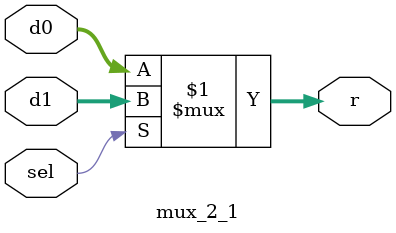
<source format=v>
`timescale 1ns / 1ps


module mux_2_1(d0,d1,sel,r);
    input [31:0]d0;
    input [31:0]d1;
    input sel;
    output [31:0]r;
    
    assign r = sel ? d1 : d0;
endmodule

</source>
